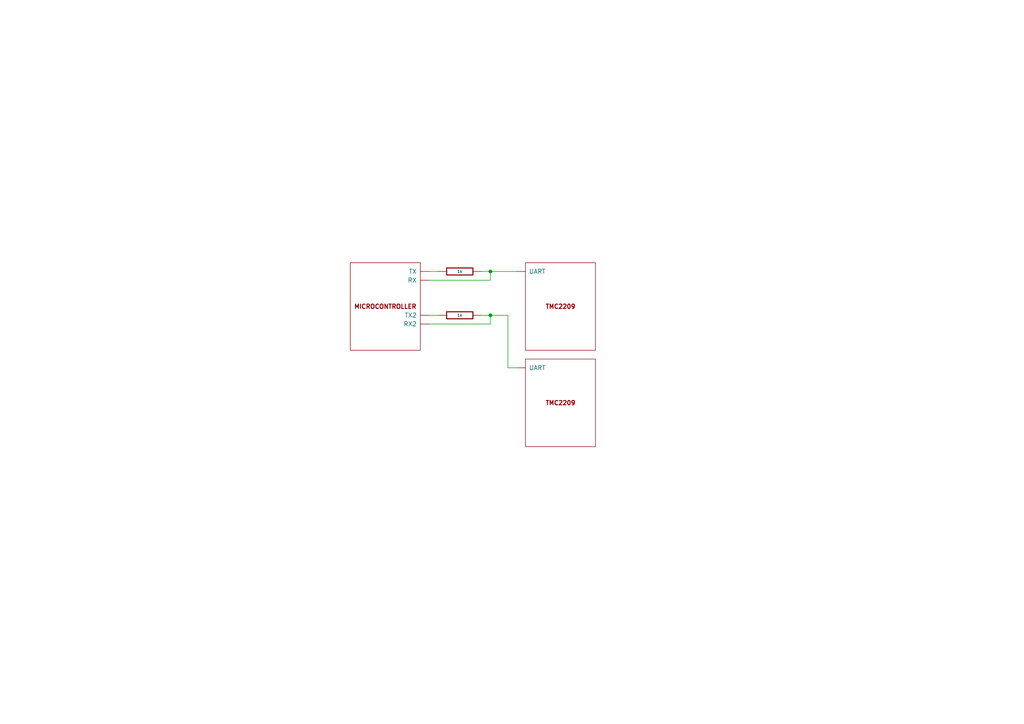
<source format=kicad_sch>
(kicad_sch (version 20230121) (generator eeschema)
  (paper "A4")
  (title_block (title "Trinamic Wiring") (date "2023-08-02") (rev "0.4") (company "Janelia Research Campus"))
  (lib_symbols
    (symbol "Janelia:DOC_MCU" (pin_numbers hide) (pin_names (offset 1.016))
      (symbol "DOC_MCU_0_1"
        (rectangle (start -10.16 12.7) (end 10.16 -12.7))
      )
      (symbol "DOC_MCU_1_1"
        (text "MICROCONTROLLER" (at 0 0 0) (effects (font (size 1.27 1.27) bold)))
        (pin input line (at 12.7 7.62 180) (length 2.54) (name "RX") (number "0"))
        (pin output line (at 12.7 10.16 180) (length 2.54) (name "TX") (number "1"))
        (pin input line (at 12.7 -5.08 180) (length 2.54) (name "RX2") (number "2"))
        (pin output line (at 12.7 -2.54 180) (length 2.54) (name "TX2") (number "3"))
        (pin output line (at 12.7 -7.62 180) (length 2.54) hide (name "TX3") (number "4"))
        (pin input line (at 12.7 -10.16 180) (length 2.54) hide (name "RX3") (number "5"))
        (pin output line (at 12.7 5.08 180) (length 2.54) hide (name "STEP") (number "6"))
        (pin input line (at 12.7 2.54 180) (length 2.54) hide (name "DIR") (number "7"))
        (pin input line (at 0 -15.24 90) (length 2.54) hide (name "SPI") (number "8"))
      )
    )
    (symbol "Janelia:DOC_TMC2209" (pin_numbers hide) (pin_names (offset 1.016))
      (symbol "DOC_TMC2209_0_1"
        (rectangle (start -10.16 12.7) (end 10.16 -12.7))
      )
      (symbol "DOC_TMC2209_1_1"
        (text "TMC2209" (at 0 0 0) (effects (font (size 1.27 1.27) bold)))
        (pin bidirectional line (at -12.7 10.16 0) (length 2.54) (name "UART") (number "0"))
        (pin input line (at -12.7 5.08 0) (length 2.54) hide (name "STEP") (number "1"))
        (pin input line (at -12.7 -5.08 0) (length 2.54) hide (name "AD1") (number "10"))
        (pin input line (at -12.7 2.54 0) (length 2.54) hide (name "DIR") (number "2"))
        (pin passive line (at 2.54 -15.24 90) (length 2.54) hide (name "BRA") (number "3"))
        (pin passive line (at 7.62 -15.24 90) (length 2.54) hide (name "BRB") (number "4"))
        (pin passive line (at 12.7 5.08 180) (length 2.54) hide (name "OA1") (number "5"))
        (pin passive line (at 12.7 2.54 180) (length 2.54) hide (name "OA2") (number "6"))
        (pin passive line (at 12.7 -2.54 180) (length 2.54) hide (name "OB1") (number "7"))
        (pin passive line (at 12.7 -5.08 180) (length 2.54) hide (name "OB2") (number "8"))
        (pin input line (at -12.7 -2.54 0) (length 2.54) hide (name "AD0") (number "9"))
      )
    )
    (symbol "Janelia:R_1k_0402" (pin_numbers hide) (pin_names (offset 0))
      (property "Reference" "R" (at 2.032 0 90))
      (property "Value" "1k" (at 0 0 90))
      (symbol "R_1k_0402_0_1"
        (rectangle (start -1.016 3.81) (end 1.016 -3.81) (stroke (width 0.3048)))
      )
      (symbol "R_1k_0402_1_1"
        (pin passive line (at 0 6.35 270) (length 2.54) (name "~") (number "1"))
        (pin passive line (at 0 -6.35 90) (length 2.54) (name "~") (number "2"))
      )
    )
  )
  (junction (at 142.24 78.74))
  (junction (at 142.24 91.44))
  (wire (pts (xy 147.32 91.44) (xy 147.32 106.68)))
  (wire (pts (xy 139.7 78.74) (xy 142.24 78.74)))
  (wire (pts (xy 124.46 93.98) (xy 142.24 93.98)))
  (wire (pts (xy 142.24 91.44) (xy 147.32 91.44)))
  (wire (pts (xy 124.46 81.28) (xy 142.24 81.28)))
  (wire (pts (xy 147.32 106.68) (xy 149.86 106.68)))
  (wire (pts (xy 124.46 91.44) (xy 127 91.44)))
  (wire (pts (xy 142.24 78.74) (xy 149.86 78.74)))
  (wire (pts (xy 139.7 91.44) (xy 142.24 91.44)))
  (wire (pts (xy 124.46 78.74) (xy 127 78.74)))
  (wire (pts (xy 142.24 78.74) (xy 142.24 81.28)))
  (wire (pts (xy 142.24 91.44) (xy 142.24 93.98)))
  (symbol (lib_id "Janelia:R_1k_0402") (at 133.35 78.74 90) (unit 1)
    (property "Reference" "R2" (effects hide))
    (property "Value" "1k" (at 133.35 78.74 90) (effects (font (size 0.762 0.762))))
    (property "Footprint" "Janelia:R_0402_1005Metric" (effects hide))
    (property "Vendor" "Digi-Key" (effects hide))
    (property "Vendor Part Number" "311-1.00KLRCT-ND" (effects hide))
    (property "Description" "RES SMD 1K OHM 1% 1/16W" (effects hide))
    (property "Package" "0402" (effects hide))
    (property "Manufacturer" "YAGEO" (effects hide))
    (property "Manufacturer Part Number" "RC0402FR-071KL" (effects hide))
    (instances (project "trinamic_wiring" (path "" (reference "R2") (unit 1)) (path "" (reference "R4") (unit 1)) (path "" (reference "R3") (unit 1))))
  )
  (symbol (lib_id "Janelia:R_1k_0402") (at 133.35 91.44 90) (unit 1)
    (property "Reference" "R2" (effects hide))
    (property "Value" "1k" (at 133.35 91.44 90) (effects (font (size 0.762 0.762))))
    (property "Footprint" "Janelia:R_0402_1005Metric" (effects hide))
    (property "Vendor" "Digi-Key" (effects hide))
    (property "Vendor Part Number" "311-1.00KLRCT-ND" (effects hide))
    (property "Description" "RES SMD 1K OHM 1% 1/16W" (effects hide))
    (property "Package" "0402" (effects hide))
    (property "Manufacturer" "YAGEO" (effects hide))
    (property "Manufacturer Part Number" "RC0402FR-071KL" (effects hide))
    (instances (project "trinamic_wiring" (path "" (reference "R2") (unit 1)) (path "" (reference "R4") (unit 1)) (path "" (reference "R5") (unit 1))))
  )
  (symbol (lib_id "Janelia:DOC_TMC2209") (at 162.56 116.84 0) (unit 1)
    (property "Reference" "TMC6" (effects hide))
    (property "Value" "DOC_TMC2209" (effects hide))
    (property "Sim.Enable" "0" (effects hide))
    (instances (project "trinamic_wiring" (path "" (reference "TMC6") (unit 1)) (path "" (reference "TMC8") (unit 1)) (path "" (reference "TMC10") (unit 1)) (path "" (reference "TMC3") (unit 1))))
  )
  (symbol (lib_id "Janelia:DOC_TMC2209") (at 162.56 88.9 0) (unit 1)
    (property "Reference" "TMC6" (effects hide))
    (property "Value" "DOC_TMC2209" (effects hide))
    (property "Sim.Enable" "0" (effects hide))
    (instances (project "trinamic_wiring" (path "" (reference "TMC6") (unit 1)) (path "" (reference "TMC1") (unit 1)) (path "" (reference "TMC9") (unit 1)) (path "" (reference "TMC2") (unit 1))))
  )
  (symbol (lib_id "Janelia:DOC_MCU") (at 111.76 88.9 0) (unit 1)
    (property "Reference" "MICROCONTROLLER6" (effects hide))
    (property "Value" "DOC_MCU" (effects hide))
    (property "Sim.Enable" "0" (effects hide))
    (instances (project "trinamic_wiring" (path "" (reference "MICROCONTROLLER6") (unit 1)) (path "" (reference "MICROCONTROLLER2") (unit 1))))
  )
)
</source>
